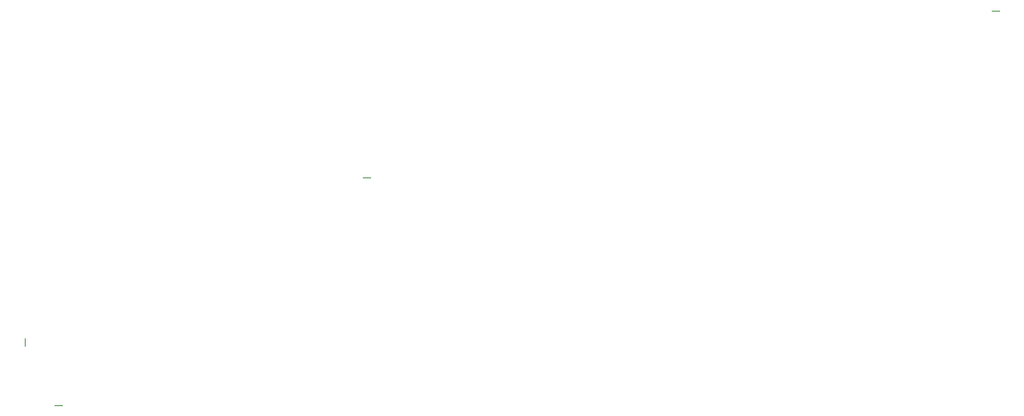
<source format=gbo>
G04 #@! TF.GenerationSoftware,KiCad,Pcbnew,7.0.2-0*
G04 #@! TF.CreationDate,2023-06-25T21:33:59+02:00*
G04 #@! TF.ProjectId,shmoergh-funk-live-control,73686d6f-6572-4676-982d-66756e6b2d6c,rev?*
G04 #@! TF.SameCoordinates,Original*
G04 #@! TF.FileFunction,Legend,Bot*
G04 #@! TF.FilePolarity,Positive*
%FSLAX46Y46*%
G04 Gerber Fmt 4.6, Leading zero omitted, Abs format (unit mm)*
G04 Created by KiCad (PCBNEW 7.0.2-0) date 2023-06-25 21:33:59*
%MOMM*%
%LPD*%
G01*
G04 APERTURE LIST*
G04 Aperture macros list*
%AMRoundRect*
0 Rectangle with rounded corners*
0 $1 Rounding radius*
0 $2 $3 $4 $5 $6 $7 $8 $9 X,Y pos of 4 corners*
0 Add a 4 corners polygon primitive as box body*
4,1,4,$2,$3,$4,$5,$6,$7,$8,$9,$2,$3,0*
0 Add four circle primitives for the rounded corners*
1,1,$1+$1,$2,$3*
1,1,$1+$1,$4,$5*
1,1,$1+$1,$6,$7*
1,1,$1+$1,$8,$9*
0 Add four rect primitives between the rounded corners*
20,1,$1+$1,$2,$3,$4,$5,0*
20,1,$1+$1,$4,$5,$6,$7,0*
20,1,$1+$1,$6,$7,$8,$9,0*
20,1,$1+$1,$8,$9,$2,$3,0*%
G04 Aperture macros list end*
%ADD10C,0.120000*%
%ADD11O,1.700000X1.700000*%
%ADD12R,1.700000X1.700000*%
%ADD13C,2.000000*%
%ADD14O,1.600000X1.600000*%
%ADD15C,1.600000*%
%ADD16R,1.600000X1.600000*%
%ADD17R,1.560000X1.560000*%
%ADD18C,1.560000*%
%ADD19R,1.500000X1.500000*%
%ADD20C,1.500000*%
%ADD21R,1.800000X1.800000*%
%ADD22C,1.800000*%
%ADD23R,2.400000X1.600000*%
%ADD24O,2.400000X1.600000*%
%ADD25C,1.400000*%
%ADD26O,1.400000X1.400000*%
%ADD27C,6.000000*%
%ADD28R,1.600000X2.400000*%
%ADD29O,1.600000X2.400000*%
%ADD30C,1.440000*%
%ADD31R,2.200000X2.200000*%
%ADD32O,2.200000X2.200000*%
%ADD33R,1.905000X2.000000*%
%ADD34O,1.905000X2.000000*%
%ADD35RoundRect,0.250000X-0.600000X0.600000X-0.600000X-0.600000X0.600000X-0.600000X0.600000X0.600000X0*%
%ADD36C,1.700000*%
G04 APERTURE END LIST*
D10*
X155067000Y-48006000D02*
X154305000Y-48006000D01*
X90601000Y-65151000D02*
X89839000Y-65151000D01*
X58293000Y-88519000D02*
X59055000Y-88519000D01*
X55245000Y-81611000D02*
X55245000Y-82373000D01*
%LPC*%
D11*
X128397000Y-43561000D03*
X128397000Y-46101000D03*
D12*
X128397000Y-48641000D03*
D11*
X128397000Y-51181000D03*
X128397000Y-53721000D03*
X128397000Y-56261000D03*
X128397000Y-58801000D03*
D12*
X128397000Y-61341000D03*
D11*
X128397000Y-63881000D03*
X128397000Y-66421000D03*
X128397000Y-68961000D03*
X128397000Y-71501000D03*
D12*
X128397000Y-74041000D03*
D11*
X128397000Y-76581000D03*
X128397000Y-79121000D03*
X128397000Y-81661000D03*
X128397000Y-84201000D03*
D12*
X128397000Y-86741000D03*
D11*
X128397000Y-89281000D03*
X128397000Y-91821000D03*
X146177000Y-91821000D03*
X146177000Y-89281000D03*
D12*
X146177000Y-86741000D03*
D11*
X146177000Y-84201000D03*
X146177000Y-81661000D03*
X146177000Y-79121000D03*
X146177000Y-76581000D03*
D12*
X146177000Y-74041000D03*
D11*
X146177000Y-71501000D03*
X146177000Y-68961000D03*
X146177000Y-66421000D03*
X146177000Y-63881000D03*
D12*
X146177000Y-61341000D03*
D11*
X146177000Y-58801000D03*
X146177000Y-56261000D03*
X146177000Y-53721000D03*
X146177000Y-51181000D03*
D12*
X146177000Y-48641000D03*
D11*
X146177000Y-46101000D03*
X146177000Y-43561000D03*
X134747000Y-91591000D03*
D12*
X137287000Y-91591000D03*
D11*
X139827000Y-91591000D03*
D13*
X149860000Y-110744000D03*
D14*
X180340000Y-50292000D03*
D15*
X172720000Y-50292000D03*
X64897000Y-96139000D03*
D14*
X57277000Y-96139000D03*
D16*
X172974000Y-44069000D03*
D15*
X172974000Y-46569000D03*
D17*
X99648000Y-60833000D03*
D18*
X102148000Y-65833000D03*
X104648000Y-60833000D03*
D15*
X202951000Y-109982000D03*
D14*
X202951000Y-117602000D03*
D17*
X86026000Y-70271000D03*
D18*
X81026000Y-72771000D03*
X86026000Y-75271000D03*
D15*
X63172750Y-39497000D03*
D14*
X55552750Y-39497000D03*
D15*
X146304000Y-122261000D03*
X146304000Y-117261000D03*
X155194000Y-109982000D03*
D14*
X162814000Y-109982000D03*
D19*
X58092750Y-70210000D03*
D20*
X60632750Y-70210000D03*
X63172750Y-70210000D03*
D15*
X253873000Y-109982000D03*
D14*
X253873000Y-117602000D03*
D21*
X47366000Y-115189000D03*
D22*
X49906000Y-115189000D03*
D17*
X113711000Y-115657000D03*
D18*
X118711000Y-113157000D03*
X113711000Y-110657000D03*
D15*
X170815000Y-113284000D03*
D14*
X178435000Y-113284000D03*
D13*
X95758000Y-124460000D03*
X93218000Y-124460000D03*
D15*
X269207828Y-109982000D03*
D14*
X269207828Y-117602000D03*
D23*
X96789000Y-57013000D03*
D24*
X96789000Y-54473000D03*
X96789000Y-51933000D03*
X96789000Y-49393000D03*
X89169000Y-49393000D03*
X89169000Y-51933000D03*
X89169000Y-54473000D03*
X89169000Y-57013000D03*
D12*
X257683000Y-97155000D03*
D11*
X257683000Y-99695000D03*
X257683000Y-102235000D03*
X257683000Y-104775000D03*
X257683000Y-107315000D03*
X257683000Y-109855000D03*
D25*
X153416000Y-48006000D03*
D26*
X155956000Y-48006000D03*
D15*
X163068000Y-128016000D03*
X165568000Y-128016000D03*
X66601750Y-68199000D03*
D14*
X74221750Y-68199000D03*
D15*
X250444000Y-109982000D03*
D14*
X250444000Y-117602000D03*
D15*
X129667000Y-128778000D03*
D14*
X137287000Y-128778000D03*
D15*
X265778828Y-109982000D03*
D14*
X265778828Y-117602000D03*
D15*
X77851000Y-82423000D03*
D14*
X70231000Y-82423000D03*
D15*
X218353000Y-130175000D03*
D14*
X225973000Y-130175000D03*
D15*
X150241000Y-114808000D03*
D14*
X150241000Y-122428000D03*
D15*
X85725000Y-59075000D03*
X85725000Y-61575000D03*
X63172750Y-46101000D03*
D14*
X55552750Y-46101000D03*
D13*
X96520000Y-64135000D03*
X58674000Y-82931000D03*
X61214000Y-82931000D03*
X63754000Y-82931000D03*
D15*
X253619000Y-122555000D03*
X248619000Y-122555000D03*
D13*
X156651293Y-73279000D03*
X156651293Y-75819000D03*
D15*
X57277000Y-92710000D03*
D14*
X64897000Y-92710000D03*
D13*
X104902000Y-98425000D03*
X102362000Y-98425000D03*
X99822000Y-98425000D03*
X97282000Y-98425000D03*
X94742000Y-98425000D03*
X92202000Y-98425000D03*
D15*
X237744000Y-109982000D03*
D14*
X237744000Y-117602000D03*
D15*
X99949000Y-51435000D03*
X99949000Y-48935000D03*
D13*
X119634000Y-43561000D03*
X119634000Y-46101000D03*
X119634000Y-48641000D03*
X119634000Y-51181000D03*
D27*
X275844000Y-39116000D03*
D15*
X98933000Y-122428000D03*
D14*
X106553000Y-122428000D03*
D15*
X53975000Y-108839000D03*
X51475000Y-108839000D03*
D13*
X47371000Y-122174000D03*
X49911000Y-122174000D03*
X52451000Y-122174000D03*
D19*
X75311000Y-86487000D03*
D20*
X72771000Y-86487000D03*
X70231000Y-86487000D03*
D28*
X236651000Y-122540000D03*
D29*
X234111000Y-122540000D03*
X231571000Y-122540000D03*
X229031000Y-122540000D03*
X229031000Y-130160000D03*
X231571000Y-130160000D03*
X234111000Y-130160000D03*
X236651000Y-130160000D03*
D15*
X218353000Y-133477000D03*
D14*
X225973000Y-133477000D03*
D15*
X75438000Y-107188000D03*
D14*
X67818000Y-107188000D03*
D28*
X109210000Y-111237000D03*
D29*
X106670000Y-111237000D03*
X104130000Y-111237000D03*
X101590000Y-111237000D03*
X101590000Y-118857000D03*
X104130000Y-118857000D03*
X106670000Y-118857000D03*
X109210000Y-118857000D03*
D25*
X88950000Y-65151000D03*
D26*
X91490000Y-65151000D03*
D15*
X98933000Y-125730000D03*
D14*
X106553000Y-125730000D03*
D15*
X159532293Y-51562000D03*
X162032293Y-51562000D03*
D12*
X242316000Y-97155000D03*
D11*
X242316000Y-99695000D03*
X242316000Y-102235000D03*
X242316000Y-104775000D03*
X242316000Y-107315000D03*
X242316000Y-109855000D03*
D12*
X239776000Y-87503000D03*
D11*
X242316000Y-87503000D03*
X239776000Y-90043000D03*
X242316000Y-90043000D03*
X239776000Y-92583000D03*
X242316000Y-92583000D03*
D19*
X75438000Y-114321000D03*
D20*
X72898000Y-114321000D03*
X70358000Y-114321000D03*
D14*
X172720000Y-53340000D03*
D15*
X180340000Y-53340000D03*
X153416000Y-116352000D03*
X153416000Y-118852000D03*
D19*
X83185000Y-86508000D03*
D20*
X80645000Y-86508000D03*
X78105000Y-86508000D03*
D15*
X206634000Y-109982000D03*
D14*
X206634000Y-117602000D03*
D28*
X173228000Y-116713000D03*
D29*
X170688000Y-116713000D03*
X168148000Y-116713000D03*
X165608000Y-116713000D03*
X163068000Y-116713000D03*
X160528000Y-116713000D03*
X157988000Y-116713000D03*
X157988000Y-124333000D03*
X160528000Y-124333000D03*
X163068000Y-124333000D03*
X165608000Y-124333000D03*
X168148000Y-124333000D03*
X170688000Y-124333000D03*
X173228000Y-124333000D03*
D15*
X109728000Y-74803000D03*
D14*
X109728000Y-82423000D03*
D15*
X53975000Y-102489000D03*
D14*
X46355000Y-102489000D03*
D15*
X168148000Y-127762000D03*
D14*
X175768000Y-127762000D03*
D16*
X77724000Y-39243000D03*
D15*
X77724000Y-41743000D03*
D13*
X135128000Y-110998000D03*
X135128000Y-113538000D03*
X135128000Y-116078000D03*
X135128000Y-118618000D03*
X135128000Y-121158000D03*
D15*
X160528000Y-127762000D03*
D14*
X152908000Y-127762000D03*
D15*
X63172750Y-52705000D03*
D14*
X55552750Y-52705000D03*
D17*
X215005000Y-125643000D03*
D18*
X210005000Y-128143000D03*
X215005000Y-130643000D03*
D13*
X156627293Y-56604000D03*
X156627293Y-59144000D03*
X156627293Y-61684000D03*
X156627293Y-64224000D03*
X156627293Y-66764000D03*
X156627293Y-69304000D03*
D15*
X57277000Y-114046000D03*
D14*
X64897000Y-114046000D03*
D15*
X105918000Y-86487000D03*
D14*
X98298000Y-86487000D03*
D15*
X239602000Y-130175000D03*
X242102000Y-130175000D03*
D30*
X79629000Y-102362000D03*
X79629000Y-99822000D03*
X79629000Y-97282000D03*
D23*
X64912000Y-107051000D03*
D24*
X64912000Y-104511000D03*
X64912000Y-101971000D03*
X64912000Y-99431000D03*
X57292000Y-99431000D03*
X57292000Y-101971000D03*
X57292000Y-104511000D03*
X57292000Y-107051000D03*
D25*
X59944000Y-88519000D03*
D26*
X57404000Y-88519000D03*
D15*
X70211000Y-99441000D03*
X67711000Y-99441000D03*
D12*
X208915000Y-87503000D03*
D11*
X211455000Y-87503000D03*
X208915000Y-90043000D03*
X211455000Y-90043000D03*
X208915000Y-92583000D03*
X211455000Y-92583000D03*
D15*
X218821000Y-109982000D03*
D14*
X218821000Y-117602000D03*
D12*
X224282000Y-87503000D03*
D11*
X226822000Y-87503000D03*
X224282000Y-90043000D03*
X226822000Y-90043000D03*
X224282000Y-92583000D03*
X226822000Y-92583000D03*
D15*
X55552750Y-65532000D03*
D14*
X63172750Y-65532000D03*
D15*
X109220000Y-122174000D03*
X111720000Y-122174000D03*
D12*
X196024500Y-97155000D03*
D11*
X196024500Y-99695000D03*
X196024500Y-102235000D03*
X196024500Y-104775000D03*
X196024500Y-107315000D03*
X196024500Y-109855000D03*
D15*
X75311000Y-96266000D03*
D14*
X67691000Y-96266000D03*
D15*
X122936000Y-113538000D03*
D14*
X130556000Y-113538000D03*
D12*
X193484500Y-87503000D03*
D11*
X196024500Y-87503000D03*
X193484500Y-90043000D03*
X196024500Y-90043000D03*
X193484500Y-92583000D03*
X196024500Y-92583000D03*
D15*
X203454000Y-129667000D03*
D14*
X203454000Y-122047000D03*
D13*
X63680750Y-76073000D03*
X61140750Y-76073000D03*
X58600750Y-76073000D03*
D15*
X63172750Y-58928000D03*
D14*
X55552750Y-58928000D03*
D12*
X226786528Y-97155000D03*
D11*
X226786528Y-99695000D03*
X226786528Y-102235000D03*
X226786528Y-104775000D03*
X226786528Y-107315000D03*
X226786528Y-109855000D03*
D25*
X55245000Y-83262000D03*
D26*
X55245000Y-80722000D03*
D15*
X77851000Y-75692000D03*
D14*
X70231000Y-75692000D03*
D15*
X183134000Y-109982000D03*
D14*
X183134000Y-117602000D03*
D13*
X81915000Y-60325000D03*
D15*
X77851000Y-79121000D03*
D14*
X70231000Y-79121000D03*
D15*
X168148000Y-130810000D03*
X170648000Y-130810000D03*
X129667000Y-125476000D03*
D14*
X137287000Y-125476000D03*
D15*
X97155000Y-68834000D03*
D14*
X104775000Y-68834000D03*
D15*
X104120000Y-108077000D03*
X101620000Y-108077000D03*
X81915000Y-48895000D03*
D14*
X81915000Y-56515000D03*
D15*
X166898293Y-51562000D03*
X164398293Y-51562000D03*
X165608000Y-113030000D03*
X168108000Y-113030000D03*
X77396750Y-58293000D03*
X77396750Y-55793000D03*
D27*
X41656000Y-39243000D03*
D15*
X222377000Y-109982000D03*
D14*
X222377000Y-117602000D03*
D23*
X98283000Y-75321000D03*
D24*
X98283000Y-77861000D03*
X98283000Y-80401000D03*
X98283000Y-82941000D03*
X105903000Y-82941000D03*
X105903000Y-80401000D03*
X105903000Y-77861000D03*
X105903000Y-75321000D03*
D15*
X170708000Y-110236000D03*
X173208000Y-110236000D03*
D12*
X211455000Y-97155000D03*
D11*
X211455000Y-99695000D03*
X211455000Y-102235000D03*
X211455000Y-104775000D03*
X211455000Y-107315000D03*
X211455000Y-109855000D03*
D15*
X85344000Y-48895000D03*
D14*
X85344000Y-56515000D03*
D23*
X162088293Y-56604000D03*
D24*
X162088293Y-59144000D03*
X162088293Y-61684000D03*
X162088293Y-64224000D03*
X162088293Y-66764000D03*
X162088293Y-69304000D03*
X162088293Y-71844000D03*
X162088293Y-74384000D03*
X169708293Y-74384000D03*
X169708293Y-71844000D03*
X169708293Y-69304000D03*
X169708293Y-66764000D03*
X169708293Y-64224000D03*
X169708293Y-61684000D03*
X169708293Y-59144000D03*
X169708293Y-56604000D03*
D15*
X170327293Y-53701000D03*
X170327293Y-51201000D03*
X46355000Y-105791000D03*
D14*
X53975000Y-105791000D03*
D13*
X175042293Y-69304000D03*
X175042293Y-66764000D03*
X175042293Y-64224000D03*
X175042293Y-61684000D03*
X175042293Y-59144000D03*
X175042293Y-56604000D03*
D17*
X187873000Y-123871000D03*
D18*
X190373000Y-128871000D03*
X192873000Y-123871000D03*
D31*
X166751000Y-43434000D03*
D32*
X159131000Y-43434000D03*
D15*
X63172750Y-42799000D03*
D14*
X55552750Y-42799000D03*
D13*
X50038000Y-48768000D03*
X50038000Y-51308000D03*
X50038000Y-53848000D03*
D15*
X96647000Y-60579000D03*
D14*
X89027000Y-60579000D03*
D13*
X181483000Y-133223000D03*
X184023000Y-133223000D03*
X186563000Y-133223000D03*
X189103000Y-133223000D03*
X191643000Y-133223000D03*
X194183000Y-133223000D03*
D15*
X66728750Y-43902000D03*
X66728750Y-38902000D03*
X75438000Y-110490000D03*
D14*
X67818000Y-110490000D03*
D15*
X207010000Y-129667000D03*
D14*
X207010000Y-122047000D03*
D33*
X165354000Y-46736000D03*
D34*
X162814000Y-46736000D03*
X160274000Y-46736000D03*
D13*
X78486000Y-107315000D03*
D15*
X55552750Y-62230000D03*
D14*
X63172750Y-62230000D03*
D16*
X94742000Y-74803000D03*
D14*
X94742000Y-82423000D03*
D15*
X245150000Y-122555000D03*
D14*
X245150000Y-130175000D03*
D15*
X162814000Y-113284000D03*
D14*
X155194000Y-113284000D03*
D27*
X42164000Y-133350000D03*
D15*
X49911000Y-126873000D03*
D14*
X57531000Y-126873000D03*
D23*
X66675000Y-48233250D03*
D24*
X66675000Y-50773250D03*
X66675000Y-53313250D03*
X66675000Y-55853250D03*
X66675000Y-58393250D03*
X66675000Y-60933250D03*
X66675000Y-63473250D03*
X74295000Y-63473250D03*
X74295000Y-60933250D03*
X74295000Y-58393250D03*
X74295000Y-55853250D03*
X74295000Y-53313250D03*
X74295000Y-50773250D03*
X74295000Y-48233250D03*
D15*
X186309000Y-109982000D03*
D14*
X186309000Y-117602000D03*
D12*
X273144828Y-97155000D03*
D11*
X273144828Y-99695000D03*
X273144828Y-102235000D03*
X273144828Y-104775000D03*
X273144828Y-107315000D03*
X273144828Y-109855000D03*
D17*
X81534000Y-82724000D03*
D18*
X86534000Y-80224000D03*
X81534000Y-77724000D03*
D12*
X255143000Y-87503000D03*
D11*
X257683000Y-87503000D03*
X255143000Y-90043000D03*
X257683000Y-90043000D03*
X255143000Y-92583000D03*
X257683000Y-92583000D03*
D15*
X234188000Y-109982000D03*
D14*
X234188000Y-117602000D03*
D15*
X152908000Y-131191000D03*
D14*
X160528000Y-131191000D03*
D15*
X75438000Y-103886000D03*
D14*
X67818000Y-103886000D03*
D13*
X89281000Y-124460000D03*
X86741000Y-124460000D03*
X147447000Y-125984000D03*
X147447000Y-128524000D03*
X147447000Y-131064000D03*
D23*
X112014000Y-56896000D03*
D24*
X112014000Y-54356000D03*
X112014000Y-51816000D03*
X112014000Y-49276000D03*
X104394000Y-49276000D03*
X104394000Y-51816000D03*
X104394000Y-54356000D03*
X104394000Y-56896000D03*
D13*
X67818000Y-120142000D03*
D16*
X108839000Y-39330621D03*
D15*
X108839000Y-41830621D03*
D13*
X49964750Y-39497000D03*
X49964750Y-42037000D03*
X49964750Y-44577000D03*
D15*
X153416000Y-122067000D03*
X153416000Y-124567000D03*
D17*
X48935000Y-94441000D03*
D18*
X51435000Y-99441000D03*
X53935000Y-94441000D03*
D19*
X75311000Y-91715000D03*
D20*
X72771000Y-91715000D03*
X70231000Y-91715000D03*
D12*
X270604828Y-87503000D03*
D11*
X273144828Y-87503000D03*
X270604828Y-90043000D03*
X273144828Y-90043000D03*
X270604828Y-92583000D03*
X273144828Y-92583000D03*
D13*
X124079000Y-120396000D03*
X124079000Y-122936000D03*
X124079000Y-125476000D03*
X124079000Y-128016000D03*
X124079000Y-130556000D03*
X124079000Y-133096000D03*
X177927000Y-124333000D03*
D15*
X63754000Y-55833250D03*
X61254000Y-55833250D03*
X113411000Y-74803000D03*
D14*
X113411000Y-82423000D03*
D35*
X98171000Y-39370000D03*
D36*
X98171000Y-41910000D03*
X95631000Y-39370000D03*
X95631000Y-41910000D03*
X93091000Y-39370000D03*
X93091000Y-41910000D03*
X90551000Y-39370000D03*
X90551000Y-41910000D03*
X88011000Y-39370000D03*
X88011000Y-41910000D03*
D15*
X64897000Y-110744000D03*
D14*
X57277000Y-110744000D03*
D15*
X63172750Y-49403000D03*
D14*
X55552750Y-49403000D03*
D19*
X83185000Y-91588000D03*
D20*
X80645000Y-91588000D03*
X78105000Y-91588000D03*
D13*
X83058000Y-66675000D03*
D27*
X161163000Y-82296000D03*
D17*
X195366000Y-123871000D03*
D18*
X197866000Y-128871000D03*
X200366000Y-123871000D03*
D27*
X275844000Y-133477000D03*
D15*
X223600000Y-122555000D03*
X226100000Y-122555000D03*
D13*
X94488000Y-87122000D03*
X91948000Y-87122000D03*
%LPD*%
M02*

</source>
